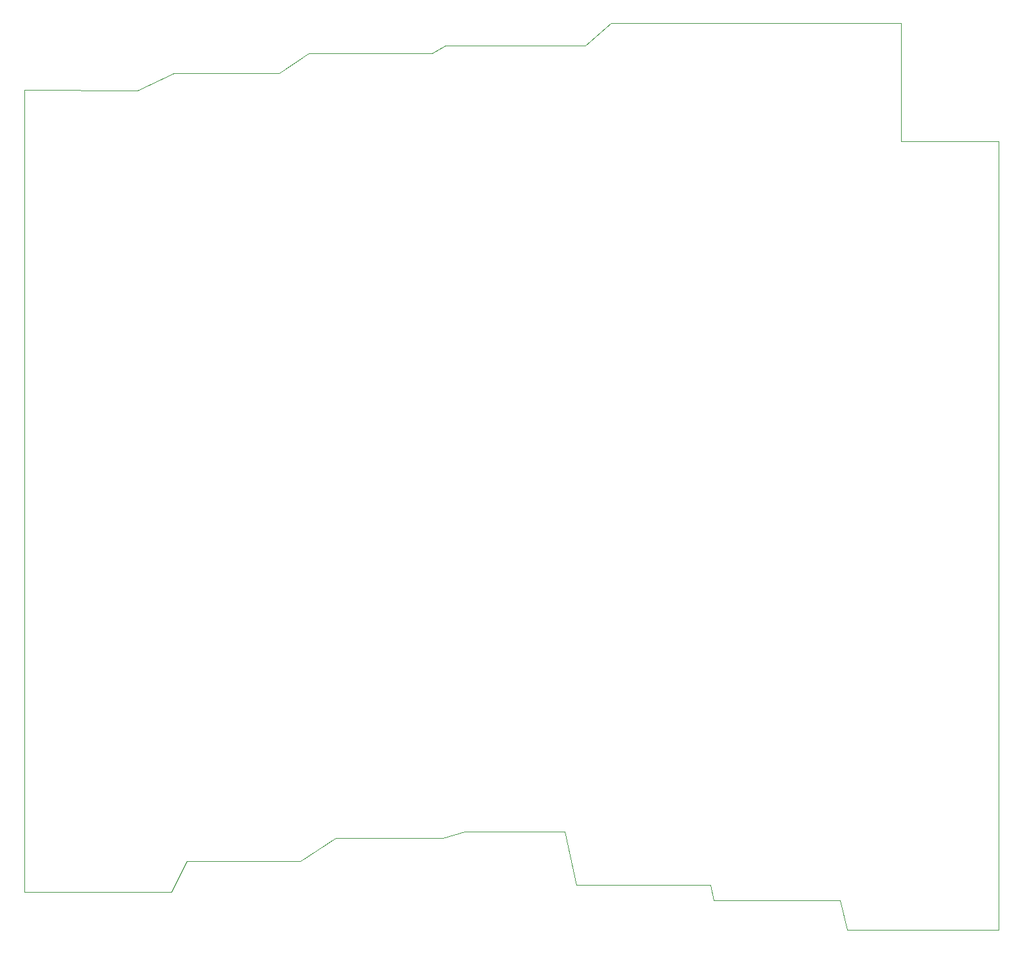
<source format=gm1>
G04 #@! TF.GenerationSoftware,KiCad,Pcbnew,8.0.3*
G04 #@! TF.CreationDate,2024-11-05T20:03:27+01:00*
G04 #@! TF.ProjectId,vitter-kb,76697474-6572-42d6-9b62-2e6b69636164,rev?*
G04 #@! TF.SameCoordinates,Original*
G04 #@! TF.FileFunction,Profile,NP*
%FSLAX46Y46*%
G04 Gerber Fmt 4.6, Leading zero omitted, Abs format (unit mm)*
G04 Created by KiCad (PCBNEW 8.0.3) date 2024-11-05 20:03:27*
%MOMM*%
%LPD*%
G01*
G04 APERTURE LIST*
G04 #@! TA.AperFunction,Profile*
%ADD10C,0.050000*%
G04 #@! TD*
G04 APERTURE END LIST*
D10*
X100400000Y-32400000D02*
X81900000Y-32400000D01*
X26400000Y-38200000D02*
X26400000Y-144000000D01*
X63900000Y-33400000D02*
X60000000Y-36000000D01*
X103800000Y-29400000D02*
X142000000Y-29400000D01*
X154900000Y-45000000D02*
X142000000Y-45000000D01*
X81900000Y-32400000D02*
X80100000Y-33400000D01*
X103800000Y-29400000D02*
X100400000Y-32400000D01*
X67400000Y-136900000D02*
X81600000Y-136900000D01*
X81600000Y-136900000D02*
X84500000Y-136000000D01*
X154900000Y-147000000D02*
X154900000Y-146100000D01*
X134900000Y-149000000D02*
X154900000Y-149000000D01*
X46100000Y-36000000D02*
X41300000Y-38300000D01*
X60000000Y-36000000D02*
X46100000Y-36000000D01*
X84500000Y-136000000D02*
X97700000Y-136000000D01*
X154900000Y-149000000D02*
X154900000Y-147000000D01*
X47800000Y-139900000D02*
X62800000Y-139900000D01*
X45800000Y-144000000D02*
X47800000Y-139900000D01*
X99200000Y-143000000D02*
X116900000Y-143000000D01*
X62800000Y-139900000D02*
X67400000Y-136900000D01*
X41300000Y-38300000D02*
X26400000Y-38200000D01*
X116900000Y-143000000D02*
X117300000Y-145100000D01*
X117300000Y-145100000D02*
X134000000Y-145100000D01*
X142000000Y-29400000D02*
X142000000Y-45000000D01*
X26400000Y-144000000D02*
X45800000Y-144000000D01*
X80100000Y-33400000D02*
X63900000Y-33400000D01*
X134000000Y-145100000D02*
X134900000Y-149000000D01*
X97700000Y-136000000D02*
X99200000Y-143000000D01*
X154900000Y-146100000D02*
X154900000Y-45000000D01*
M02*

</source>
